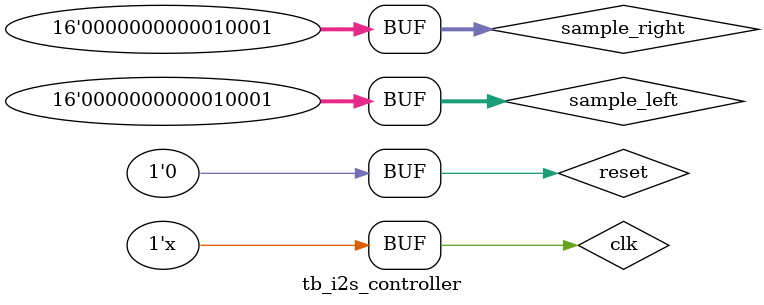
<source format=v>
module tb_i2s_controller ();

    reg clk, reset;
    reg [15:0] sample_left, sample_right;

    wire bit_clk, data;

    i2s_controller ctl (
        .clk(clk),
        .reset(reset),
        .bit_clk(bit_clk),
        .frame_clk(frame_clk),
        .data(data),
        .sample_left(sample_left),
        .sample_right(sample_right)
    );

    always #1 clk <= ~clk;
    initial clk <= 1'h0;

    initial begin
        reset = 1'b0; #1; reset = 1'b1; #1; reset = 1'b0;
        sample_left = 16'd17;
        sample_right = 16'd17;
    end

endmodule
</source>
